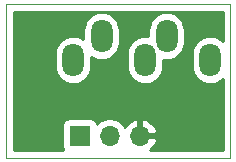
<source format=gbr>
%TF.GenerationSoftware,KiCad,Pcbnew,(5.1.8-0-10_14)*%
%TF.CreationDate,2020-11-19T18:25:59+01:00*%
%TF.ProjectId,AC_Current_Transformer,41435f43-7572-4726-956e-745f5472616e,rev?*%
%TF.SameCoordinates,Original*%
%TF.FileFunction,Copper,L2,Bot*%
%TF.FilePolarity,Positive*%
%FSLAX46Y46*%
G04 Gerber Fmt 4.6, Leading zero omitted, Abs format (unit mm)*
G04 Created by KiCad (PCBNEW (5.1.8-0-10_14)) date 2020-11-19 18:25:59*
%MOMM*%
%LPD*%
G01*
G04 APERTURE LIST*
%TA.AperFunction,Profile*%
%ADD10C,0.050000*%
%TD*%
%TA.AperFunction,ComponentPad*%
%ADD11O,1.700000X1.700000*%
%TD*%
%TA.AperFunction,ComponentPad*%
%ADD12R,1.700000X1.700000*%
%TD*%
%TA.AperFunction,ComponentPad*%
%ADD13O,1.800000X2.800000*%
%TD*%
%TA.AperFunction,Conductor*%
%ADD14C,0.254000*%
%TD*%
%TA.AperFunction,Conductor*%
%ADD15C,0.100000*%
%TD*%
G04 APERTURE END LIST*
D10*
X110600000Y-98100000D02*
X110600000Y-111100000D01*
X129600000Y-98100000D02*
X110600000Y-98100000D01*
X129600000Y-111100000D02*
X129600000Y-98100000D01*
X110600000Y-111100000D02*
X129600000Y-111100000D01*
D11*
%TO.P,J102,3*%
%TO.N,GND*%
X121920000Y-109220000D03*
%TO.P,J102,2*%
%TO.N,Net-(J101-PadS)*%
X119380000Y-109220000D03*
D12*
%TO.P,J102,1*%
%TO.N,+3V3*%
X116840000Y-109220000D03*
%TD*%
D13*
%TO.P,J101,RN*%
%TO.N,N/C*%
X122400000Y-102800000D03*
%TO.P,J101,TN*%
X127900000Y-102800000D03*
%TO.P,J101,R*%
X124200000Y-100800000D03*
%TO.P,J101,T*%
%TO.N,Net-(C101-Pad1)*%
X118700000Y-100800000D03*
%TO.P,J101,S*%
%TO.N,Net-(J101-PadS)*%
X116300000Y-102800000D03*
%TD*%
D14*
%TO.N,GND*%
X118399087Y-98787210D02*
X118109739Y-98874983D01*
X117843073Y-99017519D01*
X117609339Y-99209339D01*
X117417519Y-99443074D01*
X117274983Y-99709740D01*
X117187210Y-99999088D01*
X117165000Y-100224593D01*
X117165000Y-101024145D01*
X117156926Y-101017519D01*
X116890260Y-100874983D01*
X116600912Y-100787210D01*
X116300000Y-100757573D01*
X115999087Y-100787210D01*
X115709739Y-100874983D01*
X115443073Y-101017519D01*
X115209339Y-101209339D01*
X115017519Y-101443074D01*
X114874983Y-101709740D01*
X114787210Y-101999088D01*
X114765000Y-102224593D01*
X114765000Y-103375408D01*
X114787210Y-103600913D01*
X114874983Y-103890261D01*
X115017519Y-104156927D01*
X115209340Y-104390661D01*
X115443074Y-104582481D01*
X115709740Y-104725017D01*
X115999088Y-104812790D01*
X116300000Y-104842427D01*
X116600913Y-104812790D01*
X116890261Y-104725017D01*
X117156927Y-104582481D01*
X117390661Y-104390661D01*
X117582481Y-104156927D01*
X117725017Y-103890261D01*
X117812790Y-103600913D01*
X117835000Y-103375408D01*
X117835000Y-102575855D01*
X117843074Y-102582481D01*
X118109740Y-102725017D01*
X118399088Y-102812790D01*
X118700000Y-102842427D01*
X119000913Y-102812790D01*
X119290261Y-102725017D01*
X119556927Y-102582481D01*
X119790661Y-102390661D01*
X119982481Y-102156927D01*
X120125017Y-101890261D01*
X120212790Y-101600913D01*
X120235000Y-101375408D01*
X120235000Y-100224592D01*
X120212790Y-99999087D01*
X120125017Y-99709739D01*
X119982481Y-99443073D01*
X119790661Y-99209339D01*
X119556926Y-99017519D01*
X119290260Y-98874983D01*
X119000912Y-98787210D01*
X118724642Y-98760000D01*
X124175358Y-98760000D01*
X123899087Y-98787210D01*
X123609739Y-98874983D01*
X123343073Y-99017519D01*
X123109339Y-99209339D01*
X122917519Y-99443074D01*
X122774983Y-99709740D01*
X122687210Y-99999088D01*
X122665000Y-100224593D01*
X122665000Y-100783673D01*
X122400000Y-100757573D01*
X122099087Y-100787210D01*
X121809739Y-100874983D01*
X121543073Y-101017519D01*
X121309339Y-101209339D01*
X121117519Y-101443074D01*
X120974983Y-101709740D01*
X120887210Y-101999088D01*
X120865000Y-102224593D01*
X120865000Y-103375408D01*
X120887210Y-103600913D01*
X120974983Y-103890261D01*
X121117519Y-104156927D01*
X121309340Y-104390661D01*
X121543074Y-104582481D01*
X121809740Y-104725017D01*
X122099088Y-104812790D01*
X122400000Y-104842427D01*
X122700913Y-104812790D01*
X122990261Y-104725017D01*
X123256927Y-104582481D01*
X123490661Y-104390661D01*
X123682481Y-104156927D01*
X123825017Y-103890261D01*
X123912790Y-103600913D01*
X123935000Y-103375408D01*
X123935000Y-102816327D01*
X124200000Y-102842427D01*
X124500913Y-102812790D01*
X124790261Y-102725017D01*
X125056927Y-102582481D01*
X125290661Y-102390661D01*
X125482481Y-102156927D01*
X125625017Y-101890261D01*
X125712790Y-101600913D01*
X125735000Y-101375408D01*
X125735000Y-100224592D01*
X125712790Y-99999087D01*
X125625017Y-99709739D01*
X125482481Y-99443073D01*
X125290661Y-99209339D01*
X125056926Y-99017519D01*
X124790260Y-98874983D01*
X124500912Y-98787210D01*
X124224642Y-98760000D01*
X128940001Y-98760000D01*
X128940001Y-101167764D01*
X128756926Y-101017519D01*
X128490260Y-100874983D01*
X128200912Y-100787210D01*
X127900000Y-100757573D01*
X127599087Y-100787210D01*
X127309739Y-100874983D01*
X127043073Y-101017519D01*
X126809339Y-101209339D01*
X126617519Y-101443074D01*
X126474983Y-101709740D01*
X126387210Y-101999088D01*
X126365000Y-102224593D01*
X126365000Y-103375408D01*
X126387210Y-103600913D01*
X126474983Y-103890261D01*
X126617519Y-104156927D01*
X126809340Y-104390661D01*
X127043074Y-104582481D01*
X127309740Y-104725017D01*
X127599088Y-104812790D01*
X127900000Y-104842427D01*
X128200913Y-104812790D01*
X128490261Y-104725017D01*
X128756927Y-104582481D01*
X128940001Y-104432237D01*
X128940000Y-110440000D01*
X122756154Y-110440000D01*
X122920269Y-110317588D01*
X123115178Y-110101355D01*
X123264157Y-109851252D01*
X123361481Y-109576891D01*
X123240814Y-109347000D01*
X122047000Y-109347000D01*
X122047000Y-109367000D01*
X121793000Y-109367000D01*
X121793000Y-109347000D01*
X121773000Y-109347000D01*
X121773000Y-109093000D01*
X121793000Y-109093000D01*
X121793000Y-107899845D01*
X122047000Y-107899845D01*
X122047000Y-109093000D01*
X123240814Y-109093000D01*
X123361481Y-108863109D01*
X123264157Y-108588748D01*
X123115178Y-108338645D01*
X122920269Y-108122412D01*
X122686920Y-107948359D01*
X122424099Y-107823175D01*
X122276890Y-107778524D01*
X122047000Y-107899845D01*
X121793000Y-107899845D01*
X121563110Y-107778524D01*
X121415901Y-107823175D01*
X121153080Y-107948359D01*
X120919731Y-108122412D01*
X120724822Y-108338645D01*
X120655195Y-108455534D01*
X120533475Y-108273368D01*
X120326632Y-108066525D01*
X120083411Y-107904010D01*
X119813158Y-107792068D01*
X119526260Y-107735000D01*
X119233740Y-107735000D01*
X118946842Y-107792068D01*
X118676589Y-107904010D01*
X118433368Y-108066525D01*
X118301513Y-108198380D01*
X118279502Y-108125820D01*
X118220537Y-108015506D01*
X118141185Y-107918815D01*
X118044494Y-107839463D01*
X117934180Y-107780498D01*
X117814482Y-107744188D01*
X117690000Y-107731928D01*
X115990000Y-107731928D01*
X115865518Y-107744188D01*
X115745820Y-107780498D01*
X115635506Y-107839463D01*
X115538815Y-107918815D01*
X115459463Y-108015506D01*
X115400498Y-108125820D01*
X115364188Y-108245518D01*
X115351928Y-108370000D01*
X115351928Y-110070000D01*
X115364188Y-110194482D01*
X115400498Y-110314180D01*
X115459463Y-110424494D01*
X115472188Y-110440000D01*
X111260000Y-110440000D01*
X111260000Y-98760000D01*
X118675358Y-98760000D01*
X118399087Y-98787210D01*
%TA.AperFunction,Conductor*%
D15*
G36*
X118399087Y-98787210D02*
G01*
X118109739Y-98874983D01*
X117843073Y-99017519D01*
X117609339Y-99209339D01*
X117417519Y-99443074D01*
X117274983Y-99709740D01*
X117187210Y-99999088D01*
X117165000Y-100224593D01*
X117165000Y-101024145D01*
X117156926Y-101017519D01*
X116890260Y-100874983D01*
X116600912Y-100787210D01*
X116300000Y-100757573D01*
X115999087Y-100787210D01*
X115709739Y-100874983D01*
X115443073Y-101017519D01*
X115209339Y-101209339D01*
X115017519Y-101443074D01*
X114874983Y-101709740D01*
X114787210Y-101999088D01*
X114765000Y-102224593D01*
X114765000Y-103375408D01*
X114787210Y-103600913D01*
X114874983Y-103890261D01*
X115017519Y-104156927D01*
X115209340Y-104390661D01*
X115443074Y-104582481D01*
X115709740Y-104725017D01*
X115999088Y-104812790D01*
X116300000Y-104842427D01*
X116600913Y-104812790D01*
X116890261Y-104725017D01*
X117156927Y-104582481D01*
X117390661Y-104390661D01*
X117582481Y-104156927D01*
X117725017Y-103890261D01*
X117812790Y-103600913D01*
X117835000Y-103375408D01*
X117835000Y-102575855D01*
X117843074Y-102582481D01*
X118109740Y-102725017D01*
X118399088Y-102812790D01*
X118700000Y-102842427D01*
X119000913Y-102812790D01*
X119290261Y-102725017D01*
X119556927Y-102582481D01*
X119790661Y-102390661D01*
X119982481Y-102156927D01*
X120125017Y-101890261D01*
X120212790Y-101600913D01*
X120235000Y-101375408D01*
X120235000Y-100224592D01*
X120212790Y-99999087D01*
X120125017Y-99709739D01*
X119982481Y-99443073D01*
X119790661Y-99209339D01*
X119556926Y-99017519D01*
X119290260Y-98874983D01*
X119000912Y-98787210D01*
X118724642Y-98760000D01*
X124175358Y-98760000D01*
X123899087Y-98787210D01*
X123609739Y-98874983D01*
X123343073Y-99017519D01*
X123109339Y-99209339D01*
X122917519Y-99443074D01*
X122774983Y-99709740D01*
X122687210Y-99999088D01*
X122665000Y-100224593D01*
X122665000Y-100783673D01*
X122400000Y-100757573D01*
X122099087Y-100787210D01*
X121809739Y-100874983D01*
X121543073Y-101017519D01*
X121309339Y-101209339D01*
X121117519Y-101443074D01*
X120974983Y-101709740D01*
X120887210Y-101999088D01*
X120865000Y-102224593D01*
X120865000Y-103375408D01*
X120887210Y-103600913D01*
X120974983Y-103890261D01*
X121117519Y-104156927D01*
X121309340Y-104390661D01*
X121543074Y-104582481D01*
X121809740Y-104725017D01*
X122099088Y-104812790D01*
X122400000Y-104842427D01*
X122700913Y-104812790D01*
X122990261Y-104725017D01*
X123256927Y-104582481D01*
X123490661Y-104390661D01*
X123682481Y-104156927D01*
X123825017Y-103890261D01*
X123912790Y-103600913D01*
X123935000Y-103375408D01*
X123935000Y-102816327D01*
X124200000Y-102842427D01*
X124500913Y-102812790D01*
X124790261Y-102725017D01*
X125056927Y-102582481D01*
X125290661Y-102390661D01*
X125482481Y-102156927D01*
X125625017Y-101890261D01*
X125712790Y-101600913D01*
X125735000Y-101375408D01*
X125735000Y-100224592D01*
X125712790Y-99999087D01*
X125625017Y-99709739D01*
X125482481Y-99443073D01*
X125290661Y-99209339D01*
X125056926Y-99017519D01*
X124790260Y-98874983D01*
X124500912Y-98787210D01*
X124224642Y-98760000D01*
X128940001Y-98760000D01*
X128940001Y-101167764D01*
X128756926Y-101017519D01*
X128490260Y-100874983D01*
X128200912Y-100787210D01*
X127900000Y-100757573D01*
X127599087Y-100787210D01*
X127309739Y-100874983D01*
X127043073Y-101017519D01*
X126809339Y-101209339D01*
X126617519Y-101443074D01*
X126474983Y-101709740D01*
X126387210Y-101999088D01*
X126365000Y-102224593D01*
X126365000Y-103375408D01*
X126387210Y-103600913D01*
X126474983Y-103890261D01*
X126617519Y-104156927D01*
X126809340Y-104390661D01*
X127043074Y-104582481D01*
X127309740Y-104725017D01*
X127599088Y-104812790D01*
X127900000Y-104842427D01*
X128200913Y-104812790D01*
X128490261Y-104725017D01*
X128756927Y-104582481D01*
X128940001Y-104432237D01*
X128940000Y-110440000D01*
X122756154Y-110440000D01*
X122920269Y-110317588D01*
X123115178Y-110101355D01*
X123264157Y-109851252D01*
X123361481Y-109576891D01*
X123240814Y-109347000D01*
X122047000Y-109347000D01*
X122047000Y-109367000D01*
X121793000Y-109367000D01*
X121793000Y-109347000D01*
X121773000Y-109347000D01*
X121773000Y-109093000D01*
X121793000Y-109093000D01*
X121793000Y-107899845D01*
X122047000Y-107899845D01*
X122047000Y-109093000D01*
X123240814Y-109093000D01*
X123361481Y-108863109D01*
X123264157Y-108588748D01*
X123115178Y-108338645D01*
X122920269Y-108122412D01*
X122686920Y-107948359D01*
X122424099Y-107823175D01*
X122276890Y-107778524D01*
X122047000Y-107899845D01*
X121793000Y-107899845D01*
X121563110Y-107778524D01*
X121415901Y-107823175D01*
X121153080Y-107948359D01*
X120919731Y-108122412D01*
X120724822Y-108338645D01*
X120655195Y-108455534D01*
X120533475Y-108273368D01*
X120326632Y-108066525D01*
X120083411Y-107904010D01*
X119813158Y-107792068D01*
X119526260Y-107735000D01*
X119233740Y-107735000D01*
X118946842Y-107792068D01*
X118676589Y-107904010D01*
X118433368Y-108066525D01*
X118301513Y-108198380D01*
X118279502Y-108125820D01*
X118220537Y-108015506D01*
X118141185Y-107918815D01*
X118044494Y-107839463D01*
X117934180Y-107780498D01*
X117814482Y-107744188D01*
X117690000Y-107731928D01*
X115990000Y-107731928D01*
X115865518Y-107744188D01*
X115745820Y-107780498D01*
X115635506Y-107839463D01*
X115538815Y-107918815D01*
X115459463Y-108015506D01*
X115400498Y-108125820D01*
X115364188Y-108245518D01*
X115351928Y-108370000D01*
X115351928Y-110070000D01*
X115364188Y-110194482D01*
X115400498Y-110314180D01*
X115459463Y-110424494D01*
X115472188Y-110440000D01*
X111260000Y-110440000D01*
X111260000Y-98760000D01*
X118675358Y-98760000D01*
X118399087Y-98787210D01*
G37*
%TD.AperFunction*%
%TD*%
M02*

</source>
